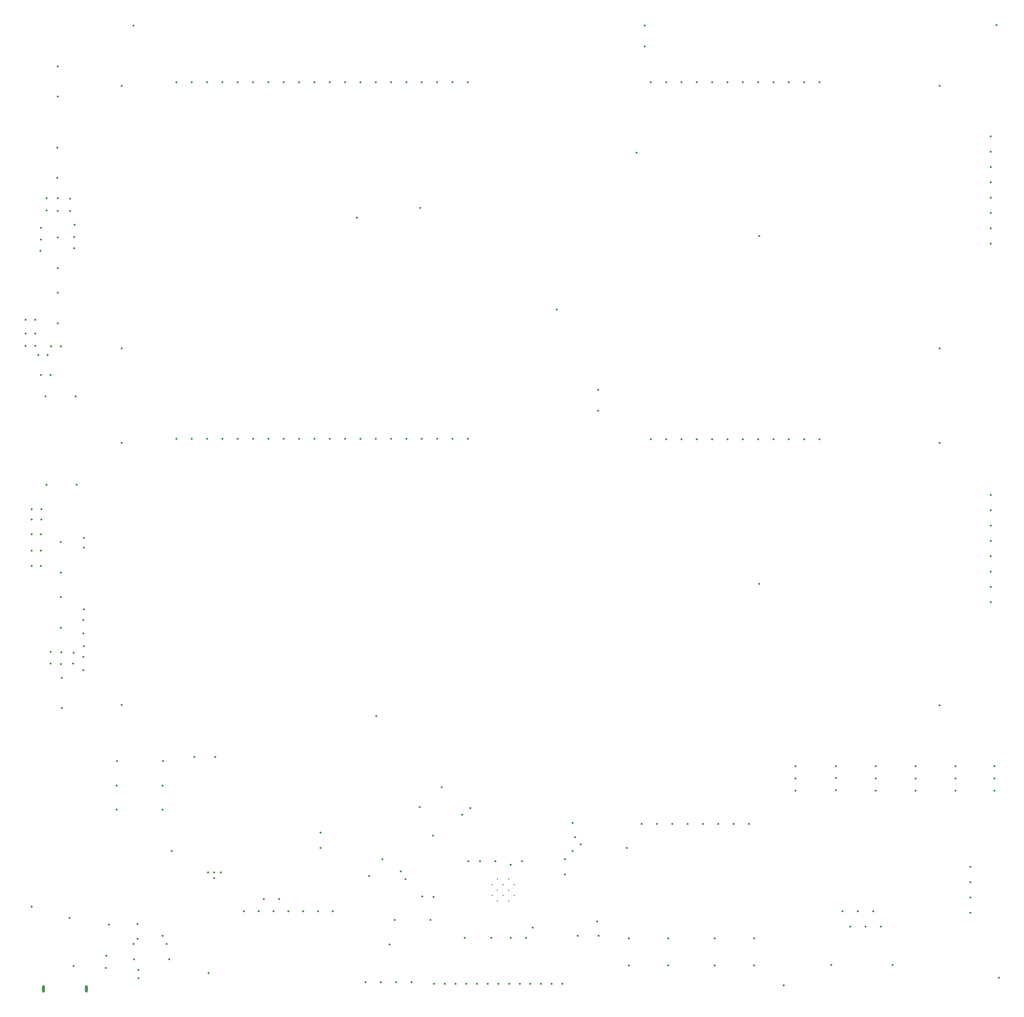
<source format=gbr>
%TF.GenerationSoftware,KiCad,Pcbnew,7.0.1*%
%TF.CreationDate,2024-06-25T12:01:31+02:00*%
%TF.ProjectId,ODRIVE_V1.0,4f445249-5645-45f5-9631-2e302e6b6963,rev?*%
%TF.SameCoordinates,Original*%
%TF.FileFunction,Legend,Bot*%
%TF.FilePolarity,Positive*%
%FSLAX46Y46*%
G04 Gerber Fmt 4.6, Leading zero omitted, Abs format (unit mm)*
G04 Created by KiCad (PCBNEW 7.0.1) date 2024-06-25 12:01:31*
%MOMM*%
%LPD*%
G01*
G04 APERTURE LIST*
%ADD10C,0.350000*%
%ADD11C,0.200000*%
%ADD12O,0.450000X1.250000*%
G04 APERTURE END LIST*
D10*
X94200000Y-178150000D03*
X60791665Y-166200000D03*
X25650000Y-175550000D03*
X87100000Y-178150000D03*
X69250000Y-160300000D03*
X80000000Y-178150000D03*
X43650000Y-159700000D03*
X48500000Y-166200000D03*
X25750000Y-173500000D03*
X92710000Y-170530000D03*
X92710000Y-158465000D03*
X95250000Y-170530000D03*
X31100000Y-177250000D03*
X50958333Y-166200000D03*
X88875000Y-178150000D03*
X83550000Y-178150000D03*
X90650000Y-178150000D03*
X42554589Y-159694034D03*
X85325000Y-178150000D03*
X55874999Y-166200000D03*
X53416666Y-166200000D03*
X92425000Y-178150000D03*
X63250000Y-166200000D03*
X85725000Y-157830000D03*
X85090000Y-170530000D03*
X71500000Y-157500000D03*
X97750000Y-178150000D03*
X31050000Y-175900000D03*
X87630000Y-157830000D03*
X43650000Y-160700000D03*
X58333332Y-166200000D03*
X20350000Y-175200000D03*
X99525000Y-178150000D03*
X95975000Y-178150000D03*
X101300000Y-178150000D03*
X90170000Y-157830000D03*
X94615000Y-157830000D03*
X81775000Y-178150000D03*
X44750000Y-159700000D03*
X89535000Y-170530000D03*
X137922000Y-178404000D03*
X42700000Y-176450000D03*
X36595000Y-156200000D03*
X15000000Y-101250000D03*
X13400000Y-99500000D03*
X13400000Y-101250000D03*
X13350000Y-103700000D03*
X22000000Y-104250000D03*
X14950000Y-106350000D03*
X14950000Y-103700000D03*
X13350000Y-106350000D03*
X13350000Y-108900000D03*
X22000000Y-105850000D03*
X15000000Y-99500000D03*
X14950000Y-108900000D03*
X73540000Y-167600000D03*
X72690000Y-171650000D03*
X107040000Y-167850000D03*
X104300000Y-155100000D03*
X79890000Y-153650000D03*
X133858000Y-54198000D03*
X86050000Y-149050000D03*
X100300000Y-66400000D03*
X84700000Y-150200000D03*
X79390000Y-167600000D03*
X77640000Y-148900000D03*
X81290000Y-145600000D03*
X79940000Y-163800000D03*
X96400000Y-168900000D03*
X78050000Y-163750000D03*
X101650000Y-160050000D03*
X101650000Y-157550000D03*
X102950000Y-156200000D03*
X103400000Y-153850000D03*
X74550000Y-159550000D03*
X75300000Y-160800000D03*
X70450000Y-133850000D03*
X21950000Y-117900000D03*
X18300000Y-123200000D03*
X22000000Y-116150000D03*
X21950000Y-120100000D03*
X21950000Y-126200000D03*
X20300000Y-123350000D03*
X18250000Y-125150000D03*
X16500000Y-125100000D03*
X16550000Y-123150000D03*
X22000000Y-122250000D03*
X21950000Y-124000000D03*
X20250000Y-125100000D03*
X14850000Y-56700000D03*
X14950000Y-52850000D03*
X17700000Y-48000000D03*
X20500000Y-52400000D03*
X17700000Y-50050000D03*
X15850000Y-50000000D03*
X15850000Y-47950000D03*
X19700000Y-48050000D03*
X14900000Y-54850000D03*
X20450000Y-54400000D03*
X19700000Y-50100000D03*
X20400000Y-56250000D03*
X35050000Y-170200000D03*
X30950000Y-168250000D03*
X30950000Y-170749500D03*
X26200000Y-168350000D03*
X19650000Y-167300000D03*
X30200000Y-171600000D03*
X35749500Y-171600000D03*
X77750000Y-49600000D03*
X113550000Y-40450000D03*
X67275000Y-51175000D03*
X133858000Y-111856000D03*
X111900000Y-155700000D03*
X102950000Y-151500000D03*
X12350000Y-68150000D03*
X16600000Y-72500000D03*
X14450000Y-74000000D03*
X18200000Y-72500000D03*
X12350000Y-72450000D03*
X14900000Y-77300000D03*
X13950000Y-68150000D03*
X16500000Y-77300000D03*
X13950000Y-70400000D03*
X13950000Y-72450000D03*
X16050000Y-74000000D03*
X12350000Y-70400000D03*
X20800000Y-95500000D03*
X15800000Y-95500000D03*
X139850000Y-142150000D03*
X139850000Y-144150000D03*
X139850000Y-146150000D03*
X146525000Y-142100000D03*
X146525000Y-144100000D03*
X146525000Y-146100000D03*
X172212000Y-55468000D03*
X172212000Y-52928000D03*
X172212000Y-50388000D03*
X172212000Y-47848000D03*
X172212000Y-45308000D03*
X172212000Y-42768000D03*
X172212000Y-40228000D03*
X172212000Y-37688000D03*
X30360000Y-174137500D03*
X36140000Y-174137500D03*
X13400000Y-165400000D03*
X17700000Y-54450000D03*
X17700000Y-59530000D03*
X17700000Y-63590000D03*
X17700000Y-68670000D03*
X30200000Y-19350000D03*
X61200000Y-155650000D03*
X61200000Y-153150000D03*
X153200000Y-142150000D03*
X153200000Y-144150000D03*
X153200000Y-146150000D03*
X173550000Y-177200000D03*
X114430000Y-151700000D03*
X116970000Y-151700000D03*
X119510000Y-151700000D03*
X122050000Y-151700000D03*
X124590000Y-151700000D03*
X127130000Y-151700000D03*
X129670000Y-151700000D03*
X132210000Y-151700000D03*
X17700000Y-31150000D03*
X17700000Y-26150000D03*
X28265000Y-72845000D03*
X28285000Y-29345000D03*
X163765000Y-29345000D03*
X163775000Y-72855000D03*
X37385000Y-28735000D03*
X39925000Y-28735000D03*
X42465000Y-28735000D03*
X45005000Y-28735000D03*
X47545000Y-28735000D03*
X50085000Y-28735000D03*
X52625000Y-28735000D03*
X55165000Y-28735000D03*
X57705000Y-28735000D03*
X60245000Y-28735000D03*
X62785000Y-28735000D03*
X65325000Y-28735000D03*
X67865000Y-28735000D03*
X70405000Y-28735000D03*
X72945000Y-28735000D03*
X75485000Y-28735000D03*
X78025000Y-28735000D03*
X80565000Y-28735000D03*
X83105000Y-28735000D03*
X85645000Y-28735000D03*
X115900000Y-28750000D03*
X118440000Y-28750000D03*
X120980000Y-28750000D03*
X123520000Y-28750000D03*
X126060000Y-28750000D03*
X128600000Y-28750000D03*
X131140000Y-28750000D03*
X133680000Y-28750000D03*
X136220000Y-28750000D03*
X138760000Y-28750000D03*
X141300000Y-28750000D03*
X143840000Y-28750000D03*
X35110000Y-141300000D03*
X27490000Y-141300000D03*
D11*
X92382500Y-164495000D03*
X90547500Y-164495000D03*
X93300000Y-163577500D03*
X91465000Y-163577500D03*
X89630000Y-163577500D03*
X92382500Y-162660000D03*
X90547500Y-162660000D03*
X93300000Y-161742500D03*
X91465000Y-161742500D03*
X89630000Y-161742500D03*
X92382500Y-160825000D03*
X90547500Y-160825000D03*
D10*
X40300000Y-140600000D03*
X43800000Y-140600000D03*
X107200000Y-83200000D03*
X107200000Y-79700000D03*
X145770000Y-175020000D03*
X155930000Y-175020000D03*
X147670000Y-166130000D03*
X148940000Y-168670000D03*
X150210000Y-166130000D03*
X151480000Y-168670000D03*
X152750000Y-166130000D03*
X154020000Y-168670000D03*
X173150000Y-19300000D03*
X114918000Y-22843349D03*
X114918000Y-19343349D03*
X54350000Y-164100000D03*
X51850000Y-164100000D03*
X18350000Y-132500000D03*
X18350000Y-127500000D03*
X35040000Y-149350000D03*
X27420000Y-149350000D03*
X166400000Y-142150000D03*
X166400000Y-144150000D03*
X166400000Y-146150000D03*
X132995000Y-175125000D03*
X126495000Y-175125000D03*
X132995000Y-170625000D03*
X126495000Y-170625000D03*
X17650000Y-44550000D03*
X17650000Y-39550000D03*
X172800000Y-142150000D03*
X172800000Y-144150000D03*
X172800000Y-146150000D03*
X112295000Y-170625000D03*
X118795000Y-170625000D03*
X112295000Y-175125000D03*
X118795000Y-175125000D03*
X18250000Y-119190000D03*
X18250000Y-114110000D03*
X18250000Y-110050000D03*
X18250000Y-104970000D03*
X68640000Y-177950000D03*
X71180000Y-177950000D03*
X73720000Y-177950000D03*
X76260000Y-177950000D03*
X28265000Y-131995000D03*
X28285000Y-88495000D03*
X163765000Y-88495000D03*
X163775000Y-132005000D03*
X37385000Y-87885000D03*
X39925000Y-87885000D03*
X42465000Y-87885000D03*
X45005000Y-87885000D03*
X47545000Y-87885000D03*
X50085000Y-87885000D03*
X52625000Y-87885000D03*
X55165000Y-87885000D03*
X57705000Y-87885000D03*
X60245000Y-87885000D03*
X62785000Y-87885000D03*
X65325000Y-87885000D03*
X67865000Y-87885000D03*
X70405000Y-87885000D03*
X72945000Y-87885000D03*
X75485000Y-87885000D03*
X78025000Y-87885000D03*
X80565000Y-87885000D03*
X83105000Y-87885000D03*
X85645000Y-87885000D03*
X115900000Y-87900000D03*
X118440000Y-87900000D03*
X120980000Y-87900000D03*
X123520000Y-87900000D03*
X126060000Y-87900000D03*
X128600000Y-87900000D03*
X131140000Y-87900000D03*
X133680000Y-87900000D03*
X136220000Y-87900000D03*
X138760000Y-87900000D03*
X141300000Y-87900000D03*
X143840000Y-87900000D03*
X35060000Y-145350000D03*
X27440000Y-145350000D03*
X159800000Y-142150000D03*
X159800000Y-144150000D03*
X159800000Y-146150000D03*
D12*
X15300000Y-179050000D03*
X22450000Y-179050000D03*
D10*
X168800000Y-158780000D03*
X168800000Y-161320000D03*
X168800000Y-163860000D03*
X168800000Y-166400000D03*
X20700000Y-80850000D03*
X15700000Y-80850000D03*
X103797349Y-170250000D03*
X107297349Y-170250000D03*
X172212000Y-114904000D03*
X172212000Y-112364000D03*
X172212000Y-109824000D03*
X172212000Y-107284000D03*
X172212000Y-104744000D03*
X172212000Y-102204000D03*
X172212000Y-99664000D03*
X172212000Y-97124000D03*
M02*

</source>
